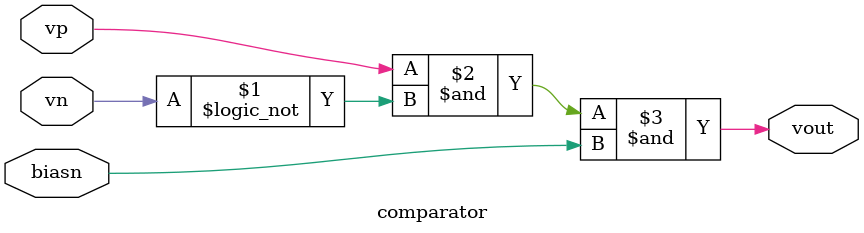
<source format=v>

`default_nettype none
`timescale 1 ns / 1 ps

module comparator(
`ifdef USE_POWER_PINS
    inout vdd3v3,
    inout vdd1v8,
    inout vss,
`endif
    output vout,
    input vp,
    input vn,
    input biasn
);

    // This is a behavioral model
    // biasn should actually be around 0.5V but we'll say it should be logic 1
    assign vout = (vp & !vn) & biasn;
endmodule
`default_nettype wire

</source>
